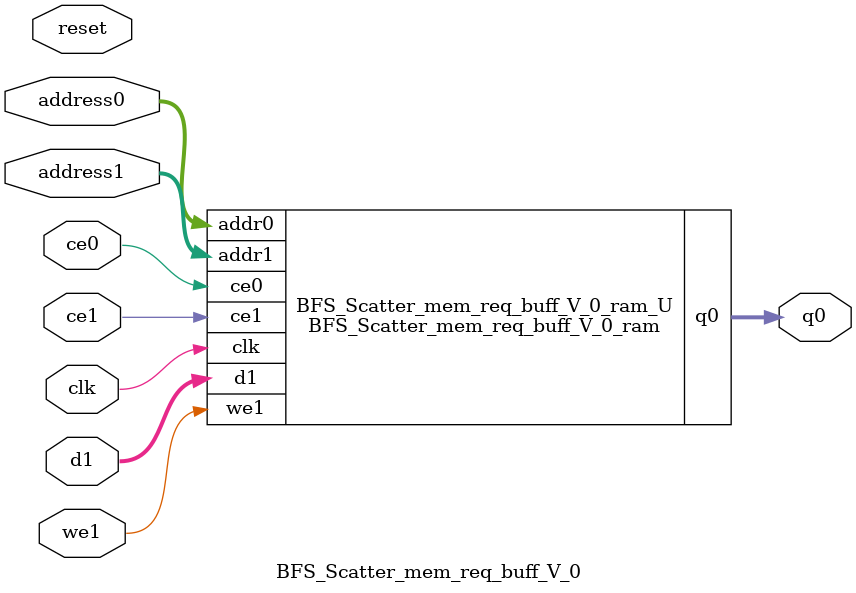
<source format=v>
`timescale 1 ns / 1 ps
module BFS_Scatter_mem_req_buff_V_0_ram (addr0, ce0, q0, addr1, ce1, d1, we1,  clk);

parameter DWIDTH = 32;
parameter AWIDTH = 11;
parameter MEM_SIZE = 2048;

input[AWIDTH-1:0] addr0;
input ce0;
output reg[DWIDTH-1:0] q0;
input[AWIDTH-1:0] addr1;
input ce1;
input[DWIDTH-1:0] d1;
input we1;
input clk;

(* ram_style = "block" *)reg [DWIDTH-1:0] ram[0:MEM_SIZE-1];




always @(posedge clk)  
begin 
    if (ce0) begin
        q0 <= ram[addr0];
    end
end


always @(posedge clk)  
begin 
    if (ce1) begin
        if (we1) 
            ram[addr1] <= d1; 
    end
end


endmodule

`timescale 1 ns / 1 ps
module BFS_Scatter_mem_req_buff_V_0(
    reset,
    clk,
    address0,
    ce0,
    q0,
    address1,
    ce1,
    we1,
    d1);

parameter DataWidth = 32'd32;
parameter AddressRange = 32'd2048;
parameter AddressWidth = 32'd11;
input reset;
input clk;
input[AddressWidth - 1:0] address0;
input ce0;
output[DataWidth - 1:0] q0;
input[AddressWidth - 1:0] address1;
input ce1;
input we1;
input[DataWidth - 1:0] d1;



BFS_Scatter_mem_req_buff_V_0_ram BFS_Scatter_mem_req_buff_V_0_ram_U(
    .clk( clk ),
    .addr0( address0 ),
    .ce0( ce0 ),
    .q0( q0 ),
    .addr1( address1 ),
    .ce1( ce1 ),
    .we1( we1 ),
    .d1( d1 ));

endmodule


</source>
